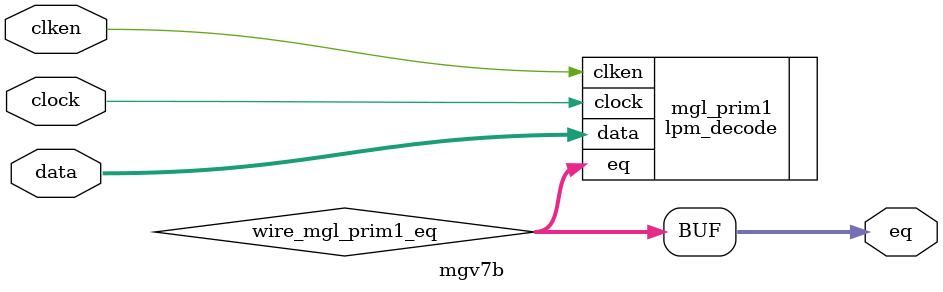
<source format=v>






//synthesis_resources = lpm_decode 1 
//synopsys translate_off
`timescale 1 ps / 1 ps
//synopsys translate_on
module  mgv7b
	( 
	clken,
	clock,
	data,
	eq) /* synthesis synthesis_clearbox=1 */;
	input   clken;
	input   clock;
	input   [3:0]  data;
	output   [15:0]  eq;

	wire  [15:0]   wire_mgl_prim1_eq;

	lpm_decode   mgl_prim1
	( 
	.clken(clken),
	.clock(clock),
	.data(data),
	.eq(wire_mgl_prim1_eq));
	defparam
		mgl_prim1.lpm_decodes = 16,
		mgl_prim1.lpm_pipeline = 1,
		mgl_prim1.lpm_type = "LPM_DECODE",
		mgl_prim1.lpm_width = 4;
	assign
		eq = wire_mgl_prim1_eq;
endmodule //mgv7b
//VALID FILE

</source>
